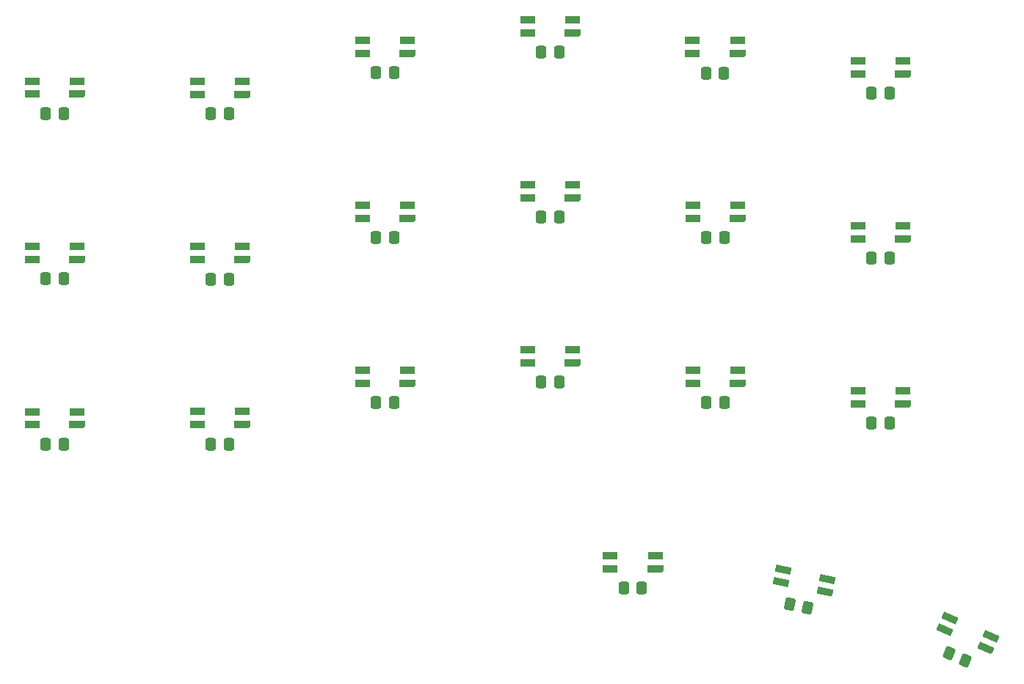
<source format=gbr>
%TF.GenerationSoftware,KiCad,Pcbnew,8.0.8*%
%TF.CreationDate,2025-03-11T20:04:01-04:00*%
%TF.ProjectId,Keyboard,4b657962-6f61-4726-942e-6b696361645f,rev?*%
%TF.SameCoordinates,Original*%
%TF.FileFunction,Paste,Bot*%
%TF.FilePolarity,Positive*%
%FSLAX46Y46*%
G04 Gerber Fmt 4.6, Leading zero omitted, Abs format (unit mm)*
G04 Created by KiCad (PCBNEW 8.0.8) date 2025-03-11 20:04:01*
%MOMM*%
%LPD*%
G01*
G04 APERTURE LIST*
G04 Aperture macros list*
%AMRoundRect*
0 Rectangle with rounded corners*
0 $1 Rounding radius*
0 $2 $3 $4 $5 $6 $7 $8 $9 X,Y pos of 4 corners*
0 Add a 4 corners polygon primitive as box body*
4,1,4,$2,$3,$4,$5,$6,$7,$8,$9,$2,$3,0*
0 Add four circle primitives for the rounded corners*
1,1,$1+$1,$2,$3*
1,1,$1+$1,$4,$5*
1,1,$1+$1,$6,$7*
1,1,$1+$1,$8,$9*
0 Add four rect primitives between the rounded corners*
20,1,$1+$1,$2,$3,$4,$5,0*
20,1,$1+$1,$4,$5,$6,$7,0*
20,1,$1+$1,$6,$7,$8,$9,0*
20,1,$1+$1,$8,$9,$2,$3,0*%
%AMRotRect*
0 Rectangle, with rotation*
0 The origin of the aperture is its center*
0 $1 length*
0 $2 width*
0 $3 Rotation angle, in degrees counterclockwise*
0 Add horizontal line*
21,1,$1,$2,0,0,$3*%
%AMOutline5P*
0 Free polygon, 5 corners , with rotation*
0 The origin of the aperture is its center*
0 number of corners: always 5*
0 $1 to $10 corner X, Y*
0 $11 Rotation angle, in degrees counterclockwise*
0 create outline with 5 corners*
4,1,5,$1,$2,$3,$4,$5,$6,$7,$8,$9,$10,$1,$2,$11*%
%AMOutline6P*
0 Free polygon, 6 corners , with rotation*
0 The origin of the aperture is its center*
0 number of corners: always 6*
0 $1 to $12 corner X, Y*
0 $13 Rotation angle, in degrees counterclockwise*
0 create outline with 6 corners*
4,1,6,$1,$2,$3,$4,$5,$6,$7,$8,$9,$10,$11,$12,$1,$2,$13*%
%AMOutline7P*
0 Free polygon, 7 corners , with rotation*
0 The origin of the aperture is its center*
0 number of corners: always 7*
0 $1 to $14 corner X, Y*
0 $15 Rotation angle, in degrees counterclockwise*
0 create outline with 7 corners*
4,1,7,$1,$2,$3,$4,$5,$6,$7,$8,$9,$10,$11,$12,$13,$14,$1,$2,$15*%
%AMOutline8P*
0 Free polygon, 8 corners , with rotation*
0 The origin of the aperture is its center*
0 number of corners: always 8*
0 $1 to $16 corner X, Y*
0 $17 Rotation angle, in degrees counterclockwise*
0 create outline with 8 corners*
4,1,8,$1,$2,$3,$4,$5,$6,$7,$8,$9,$10,$11,$12,$13,$14,$15,$16,$1,$2,$17*%
G04 Aperture macros list end*
%ADD10RoundRect,0.250000X-0.337500X-0.475000X0.337500X-0.475000X0.337500X0.475000X-0.337500X0.475000X0*%
%ADD11R,1.800000X0.820000*%
%ADD12Outline5P,-0.900000X0.410000X0.900000X0.410000X0.900000X-0.246000X0.736000X-0.410000X-0.900000X-0.410000X0.000000*%
%ADD13RoundRect,0.250000X-0.428456X-0.394914X0.231945X-0.534540X0.428456X0.394914X-0.231945X0.534540X0*%
%ADD14RotRect,1.800000X0.820000X336.121000*%
%ADD15Outline5P,-0.900000X0.410000X0.900000X0.410000X0.900000X-0.246000X0.736000X-0.410000X-0.900000X-0.410000X336.121000*%
%ADD16RoundRect,0.250000X-0.500894X-0.297719X0.116328X-0.570963X0.500894X0.297719X-0.116328X0.570963X0*%
%ADD17RotRect,1.800000X0.820000X348.062000*%
%ADD18Outline5P,-0.900000X0.410000X0.900000X0.410000X0.900000X-0.246000X0.736000X-0.410000X-0.900000X-0.410000X348.062000*%
G04 APERTURE END LIST*
D10*
%TO.C,C24*%
X164337500Y-171013000D03*
X166412500Y-171013000D03*
%TD*%
D11*
%TO.C,D66*%
X200875000Y-211625000D03*
D12*
X206075000Y-211625000D03*
D11*
X206075000Y-210125000D03*
X200875000Y-210125000D03*
%TD*%
%TO.C,D79*%
X124675000Y-175869000D03*
D12*
X129875000Y-175869000D03*
D11*
X129875000Y-174369000D03*
X124675000Y-174369000D03*
%TD*%
%TO.C,D74*%
X162775000Y-206863000D03*
D12*
X167975000Y-206863000D03*
D11*
X167975000Y-205363000D03*
X162775000Y-205363000D03*
%TD*%
D10*
%TO.C,C34*%
X202437500Y-213875000D03*
X204512500Y-213875000D03*
%TD*%
D11*
%TO.C,D76*%
X143725000Y-171132000D03*
D12*
X148925000Y-171132000D03*
D11*
X148925000Y-169632000D03*
X143725000Y-169632000D03*
%TD*%
D10*
%TO.C,C23*%
X183337500Y-173420000D03*
X185412500Y-173420000D03*
%TD*%
%TO.C,C32*%
X126237500Y-197207000D03*
X128312500Y-197207000D03*
%TD*%
D11*
%TO.C,D65*%
X200875000Y-192575000D03*
D12*
X206075000Y-192575000D03*
D11*
X206075000Y-191075000D03*
X200875000Y-191075000D03*
%TD*%
D10*
%TO.C,C38*%
X126237500Y-216257000D03*
X128312500Y-216257000D03*
%TD*%
%TO.C,C27*%
X107187500Y-178106000D03*
X109262500Y-178106000D03*
%TD*%
D11*
%TO.C,D73*%
X162775000Y-187813000D03*
D12*
X167975000Y-187813000D03*
D11*
X167975000Y-186313000D03*
X162775000Y-186313000D03*
%TD*%
%TO.C,D68*%
X181775000Y-171170000D03*
D12*
X186975000Y-171170000D03*
D11*
X186975000Y-169670000D03*
X181775000Y-169670000D03*
%TD*%
%TO.C,D70*%
X181825000Y-209244000D03*
D12*
X187025000Y-209244000D03*
D11*
X187025000Y-207744000D03*
X181825000Y-207744000D03*
%TD*%
%TO.C,D82*%
X105625000Y-175856000D03*
D12*
X110825000Y-175856000D03*
D11*
X110825000Y-174356000D03*
X105625000Y-174356000D03*
%TD*%
D10*
%TO.C,C22*%
X202437500Y-175750000D03*
X204512500Y-175750000D03*
%TD*%
D13*
%TO.C,C41*%
X193018939Y-234761703D03*
X195049061Y-235190923D03*
%TD*%
D10*
%TO.C,C31*%
X145287500Y-192444000D03*
X147362500Y-192444000D03*
%TD*%
D11*
%TO.C,D72*%
X162775000Y-168763000D03*
D12*
X167975000Y-168763000D03*
D11*
X167975000Y-167263000D03*
X162775000Y-167263000D03*
%TD*%
D10*
%TO.C,C37*%
X145287500Y-211494000D03*
X147362500Y-211494000D03*
%TD*%
D14*
%TO.C,D67*%
X210867279Y-237750000D03*
D15*
X215622171Y-239854994D03*
D14*
X216229381Y-238483390D03*
X211474489Y-236378396D03*
%TD*%
D11*
%TO.C,D80*%
X124675000Y-194957000D03*
D12*
X129875000Y-194957000D03*
D11*
X129875000Y-193457000D03*
X124675000Y-193457000D03*
%TD*%
D10*
%TO.C,C42*%
X173862500Y-232925000D03*
X175937500Y-232925000D03*
%TD*%
%TO.C,C29*%
X183387500Y-192444000D03*
X185462500Y-192444000D03*
%TD*%
D11*
%TO.C,D64*%
X200875000Y-173500000D03*
D12*
X206075000Y-173500000D03*
D11*
X206075000Y-172000000D03*
X200875000Y-172000000D03*
%TD*%
%TO.C,D84*%
X105625000Y-214031000D03*
D12*
X110825000Y-214031000D03*
D11*
X110825000Y-212531000D03*
X105625000Y-212531000D03*
%TD*%
%TO.C,D75*%
X172300000Y-230675000D03*
D12*
X177500000Y-230675000D03*
D11*
X177500000Y-229175000D03*
X172300000Y-229175000D03*
%TD*%
%TO.C,D83*%
X105625000Y-194951000D03*
D12*
X110825000Y-194951000D03*
D11*
X110825000Y-193451000D03*
X105625000Y-193451000D03*
%TD*%
D10*
%TO.C,C33*%
X107187500Y-197201000D03*
X109262500Y-197201000D03*
%TD*%
%TO.C,C36*%
X164337500Y-209113000D03*
X166412500Y-209113000D03*
%TD*%
D16*
%TO.C,C40*%
X211385638Y-240439708D03*
X213283022Y-241279682D03*
%TD*%
D11*
%TO.C,D77*%
X143725000Y-190194000D03*
D12*
X148925000Y-190194000D03*
D11*
X148925000Y-188694000D03*
X143725000Y-188694000D03*
%TD*%
D10*
%TO.C,C39*%
X107187500Y-216281000D03*
X109262500Y-216281000D03*
%TD*%
%TO.C,C28*%
X202437500Y-194825000D03*
X204512500Y-194825000D03*
%TD*%
%TO.C,C30*%
X164337500Y-190063000D03*
X166412500Y-190063000D03*
%TD*%
D11*
%TO.C,D81*%
X124675000Y-214007000D03*
D12*
X129875000Y-214007000D03*
D11*
X129875000Y-212507000D03*
X124675000Y-212507000D03*
%TD*%
%TO.C,D78*%
X143725000Y-209244000D03*
D12*
X148925000Y-209244000D03*
D11*
X148925000Y-207744000D03*
X143725000Y-207744000D03*
%TD*%
D10*
%TO.C,C25*%
X145287500Y-173382000D03*
X147362500Y-173382000D03*
%TD*%
%TO.C,C35*%
X183387500Y-211494000D03*
X185462500Y-211494000D03*
%TD*%
%TO.C,C26*%
X126237500Y-178119000D03*
X128312500Y-178119000D03*
%TD*%
D17*
%TO.C,D71*%
X191956093Y-232237274D03*
D18*
X197043627Y-233312910D03*
D17*
X197353907Y-231845352D03*
X192266373Y-230769716D03*
%TD*%
D11*
%TO.C,D69*%
X181825000Y-190194000D03*
D12*
X187025000Y-190194000D03*
D11*
X187025000Y-188694000D03*
X181825000Y-188694000D03*
%TD*%
M02*

</source>
